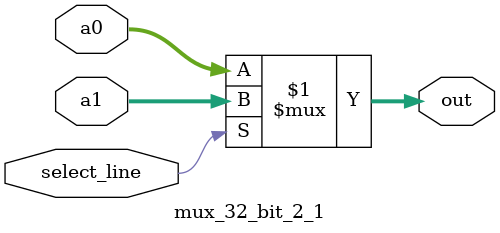
<source format=v>
`timescale 1ns / 1ps


module mux_32_bit_2_1 (input [31:0] a0, input [31:0] a1, input select_line, output [31:0] out);
   assign out = (select_line)? a1:a0;
endmodule
</source>
